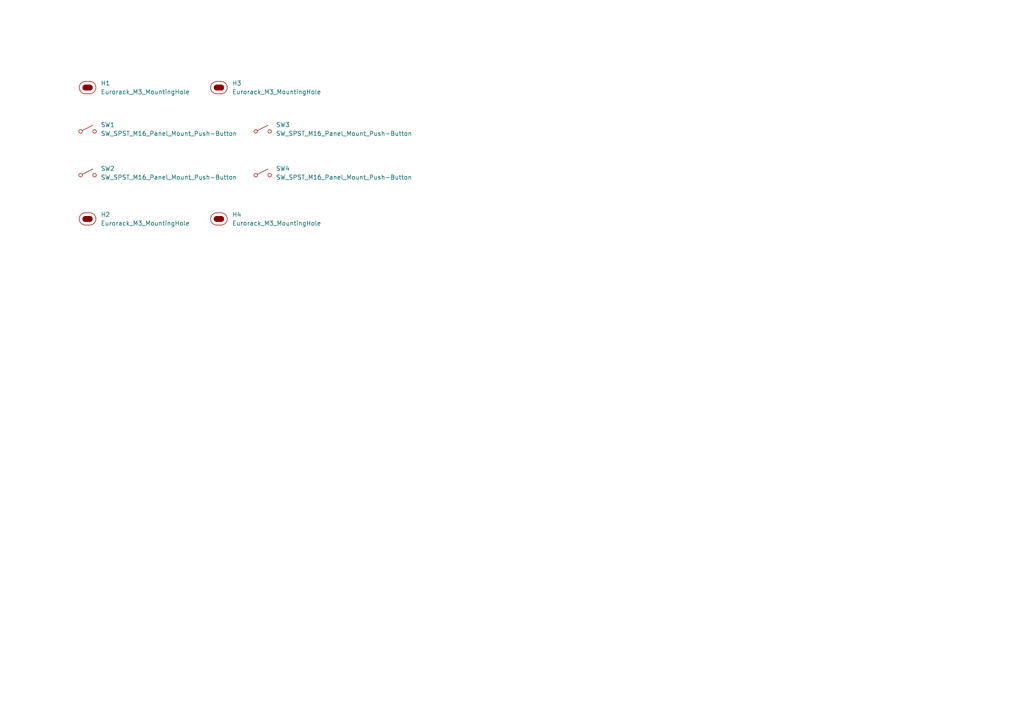
<source format=kicad_sch>
(kicad_sch (version 20250114) (generator "eeschema") (generator_version "9.0")
  (paper "A4")
  (lib_symbols
    (symbol "EXC:Eurorack_M3_MountingHole" (pin_names (offset 1.016))
      (property "Reference" "H" (at 0 5.08 0))
      (property "Value" "Eurorack_M3_MountingHole" (at 0 3.175 0))
      (symbol "Eurorack_M3_MountingHole_0_1"
        (polyline (pts (xy -0.635 0.762) (xy 0.635 0.762)))
        (circle (center -0.635 0) (radius 0.762) (fill (type outline)))
        (arc (start -0.635 -0.762) (mid -1.397 0) (end -0.635 0.762))
        (arc (start -0.635 -1.778) (mid -2.413 0) (end -0.635 1.778))
        (polyline (pts (xy -0.635 -0.762) (xy 0.635 -0.762)))
        (polyline (pts (xy -0.635 -1.778) (xy 0.635 -1.778)))
        (circle (center 0 0) (radius 0.762) (fill (type outline)))
        (polyline (pts (xy 0.635 1.778) (xy -0.635 1.778)))
        (arc (start 0.6141 1.778) (mid 2.4131 0) (end 0.6141 -1.778))
        (arc (start 0.6227 0.762) (mid 1.3971 0) (end 0.6227 -0.762))
        (circle (center 0.635 0) (radius 0.762) (fill (type outline)))
      )
    )
    (symbol "EXC:SW_SPST-M16_Panel_Mount_Push-Button" (pin_names (offset 0) (hide yes))
      (property "Reference" "SW" (at 0 3.175 0))
      (property "Value" "SW_SPST_M16_Panel_Mount_Push-Button" (at 0 -2.032 0))
      (symbol "SW_SPST-M16_Panel_Mount_Push-Button_0_0"
        (circle (center -2.032 0) (radius 0.508))
        (polyline (pts (xy -1.524 0.254) (xy 1.524 1.778)))
        (circle (center 2.032 0) (radius 0.508))
      )
    )
  )
  (symbol (lib_id "EXC:Eurorack_M3_MountingHole") (at 25.4 63.5 0) (unit 1)
    (property "Reference" "H2" (at 29.21 62.2299 0) (effects (justify left)))
    (property "Value" "Eurorack_M3_MountingHole" (at 29.21 64.7699 0) (effects (justify left)))
    (property "Footprint" "EXC:MountingHole_3.2mm_M3" (effects (hide yes)))
    (property "Description" "Mounting Hole without connection" (effects (hide yes)))
  )
  (symbol (lib_id "EXC:Eurorack_M3_MountingHole") (at 63.5 25.4 0) (unit 1)
    (property "Reference" "H3" (at 67.31 24.1299 0) (effects (justify left)))
    (property "Value" "Eurorack_M3_MountingHole" (at 67.31 26.6699 0) (effects (justify left)))
    (property "Footprint" "EXC:MountingHole_3.2mm_M3" (effects (hide yes)))
    (property "Description" "Mounting Hole without connection" (effects (hide yes)))
  )
  (symbol (lib_id "EXC:SW_SPST-M16_Panel_Mount_Push-Button") (at 76.2 38.1 0) (unit 1)
    (property "Reference" "SW3" (at 80.01 36.1949 0) (effects (justify left)))
    (property "Value" "SW_SPST_M16_Panel_Mount_Push-Button" (at 80.01 38.7349 0) (effects (justify left)))
    (property "Footprint" "EXC:SW_SPST_M16_Panel_Mount_Push-Button" (effects (hide yes)))
    (property "Datasheet" "https://ae01.alicdn.com/kf/Hb7108e41e3624ebcb499960f1397143a2.jpg" (effects (hide yes)))
    (property "Description" "Single Pole Single-Throw (SPST) M16 panel-mount Push-Button switch" (effects (hide yes)))
    (property "Source" "https://www.aliexpress.com/item/4000830670631.html" (effects (hide yes)))
  )
  (symbol (lib_id "EXC:Eurorack_M3_MountingHole") (at 63.5 63.5 0) (unit 1)
    (property "Reference" "H4" (at 67.31 62.2299 0) (effects (justify left)))
    (property "Value" "Eurorack_M3_MountingHole" (at 67.31 64.7699 0) (effects (justify left)))
    (property "Footprint" "EXC:MountingHole_3.2mm_M3" (effects (hide yes)))
    (property "Description" "Mounting Hole without connection" (effects (hide yes)))
  )
  (symbol (lib_id "EXC:SW_SPST-M16_Panel_Mount_Push-Button") (at 25.4 50.8 0) (unit 1)
    (property "Reference" "SW2" (at 29.21 48.8949 0) (effects (justify left)))
    (property "Value" "SW_SPST_M16_Panel_Mount_Push-Button" (at 29.21 51.4349 0) (effects (justify left)))
    (property "Footprint" "EXC:SW_SPST_M16_Panel_Mount_Push-Button" (effects (hide yes)))
    (property "Datasheet" "https://ae01.alicdn.com/kf/Hb7108e41e3624ebcb499960f1397143a2.jpg" (effects (hide yes)))
    (property "Description" "Single Pole Single-Throw (SPST) M16 panel-mount Push-Button switch" (effects (hide yes)))
    (property "Source" "https://www.aliexpress.com/item/4000830670631.html" (effects (hide yes)))
  )
  (symbol (lib_id "EXC:SW_SPST-M16_Panel_Mount_Push-Button") (at 25.4 38.1 0) (unit 1)
    (property "Reference" "SW1" (at 29.21 36.1949 0) (effects (justify left)))
    (property "Value" "SW_SPST_M16_Panel_Mount_Push-Button" (at 29.21 38.7349 0) (effects (justify left)))
    (property "Footprint" "EXC:SW_SPST_M16_Panel_Mount_Push-Button" (effects (hide yes)))
    (property "Datasheet" "https://ae01.alicdn.com/kf/Hb7108e41e3624ebcb499960f1397143a2.jpg" (effects (hide yes)))
    (property "Description" "Single Pole Single-Throw (SPST) M16 panel-mount Push-Button switch" (effects (hide yes)))
    (property "Source" "https://www.aliexpress.com/item/4000830670631.html" (effects (hide yes)))
  )
  (symbol (lib_id "EXC:Eurorack_M3_MountingHole") (at 25.4 25.4 0) (unit 1)
    (property "Reference" "H1" (at 29.21 24.1299 0) (effects (justify left)))
    (property "Value" "Eurorack_M3_MountingHole" (at 29.21 26.6699 0) (effects (justify left)))
    (property "Footprint" "EXC:MountingHole_3.2mm_M3" (effects (hide yes)))
    (property "Description" "Mounting Hole without connection" (effects (hide yes)))
  )
  (symbol (lib_id "EXC:SW_SPST-M16_Panel_Mount_Push-Button") (at 76.2 50.8 0) (unit 1)
    (property "Reference" "SW4" (at 80.01 48.8949 0) (effects (justify left)))
    (property "Value" "SW_SPST_M16_Panel_Mount_Push-Button" (at 80.01 51.4349 0) (effects (justify left)))
    (property "Footprint" "EXC:SW_SPST_M16_Panel_Mount_Push-Button" (effects (hide yes)))
    (property "Datasheet" "https://ae01.alicdn.com/kf/Hb7108e41e3624ebcb499960f1397143a2.jpg" (effects (hide yes)))
    (property "Description" "Single Pole Single-Throw (SPST) M16 panel-mount Push-Button switch" (effects (hide yes)))
    (property "Source" "https://www.aliexpress.com/item/4000830670631.html" (effects (hide yes)))
  )
)
</source>
